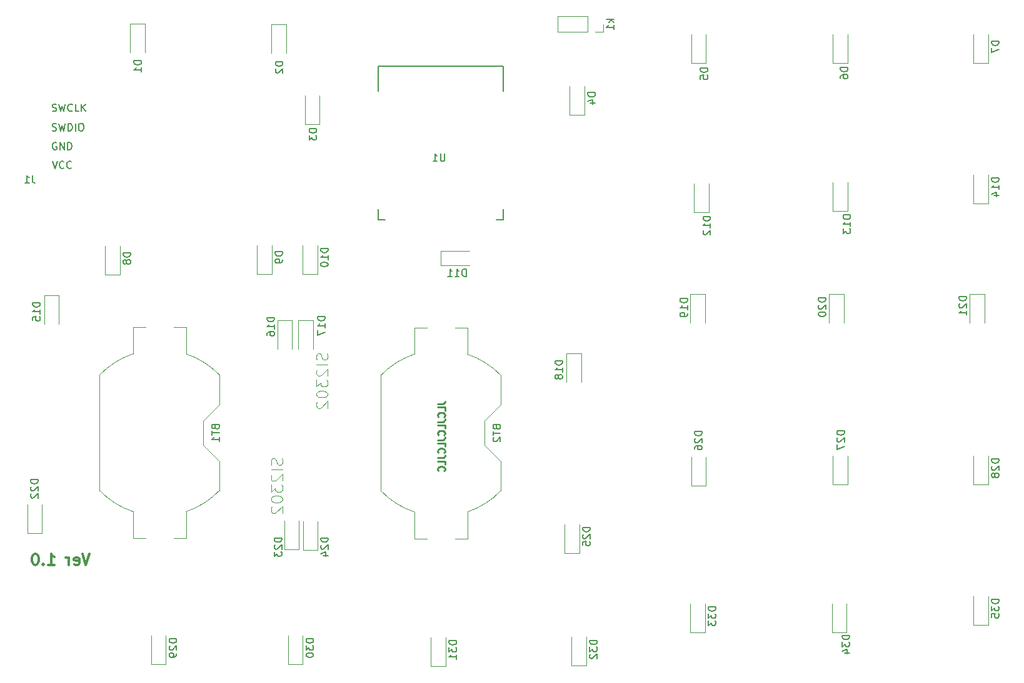
<source format=gbr>
G04 #@! TF.GenerationSoftware,KiCad,Pcbnew,(5.0.0)*
G04 #@! TF.CreationDate,2018-09-21T23:36:36+03:00*
G04 #@! TF.ProjectId,PROJECT,50524F4A4543542E6B696361645F7063,rev?*
G04 #@! TF.SameCoordinates,Original*
G04 #@! TF.FileFunction,Legend,Bot*
G04 #@! TF.FilePolarity,Positive*
%FSLAX46Y46*%
G04 Gerber Fmt 4.6, Leading zero omitted, Abs format (unit mm)*
G04 Created by KiCad (PCBNEW (5.0.0)) date 09/21/18 23:36:36*
%MOMM*%
%LPD*%
G01*
G04 APERTURE LIST*
%ADD10C,0.150000*%
%ADD11C,0.300000*%
%ADD12C,0.237500*%
%ADD13C,0.120000*%
%ADD14C,0.100000*%
G04 APERTURE END LIST*
D10*
X52184466Y-67854580D02*
X52517800Y-68854580D01*
X52851133Y-67854580D01*
X53755895Y-68759342D02*
X53708276Y-68806961D01*
X53565419Y-68854580D01*
X53470180Y-68854580D01*
X53327323Y-68806961D01*
X53232085Y-68711723D01*
X53184466Y-68616485D01*
X53136847Y-68426009D01*
X53136847Y-68283152D01*
X53184466Y-68092676D01*
X53232085Y-67997438D01*
X53327323Y-67902200D01*
X53470180Y-67854580D01*
X53565419Y-67854580D01*
X53708276Y-67902200D01*
X53755895Y-67949819D01*
X54755895Y-68759342D02*
X54708276Y-68806961D01*
X54565419Y-68854580D01*
X54470180Y-68854580D01*
X54327323Y-68806961D01*
X54232085Y-68711723D01*
X54184466Y-68616485D01*
X54136847Y-68426009D01*
X54136847Y-68283152D01*
X54184466Y-68092676D01*
X54232085Y-67997438D01*
X54327323Y-67902200D01*
X54470180Y-67854580D01*
X54565419Y-67854580D01*
X54708276Y-67902200D01*
X54755895Y-67949819D01*
X52730495Y-65362200D02*
X52635257Y-65314580D01*
X52492400Y-65314580D01*
X52349542Y-65362200D01*
X52254304Y-65457438D01*
X52206685Y-65552676D01*
X52159066Y-65743152D01*
X52159066Y-65886009D01*
X52206685Y-66076485D01*
X52254304Y-66171723D01*
X52349542Y-66266961D01*
X52492400Y-66314580D01*
X52587638Y-66314580D01*
X52730495Y-66266961D01*
X52778114Y-66219342D01*
X52778114Y-65886009D01*
X52587638Y-65886009D01*
X53206685Y-66314580D02*
X53206685Y-65314580D01*
X53778114Y-66314580D01*
X53778114Y-65314580D01*
X54254304Y-66314580D02*
X54254304Y-65314580D01*
X54492400Y-65314580D01*
X54635257Y-65362200D01*
X54730495Y-65457438D01*
X54778114Y-65552676D01*
X54825733Y-65743152D01*
X54825733Y-65886009D01*
X54778114Y-66076485D01*
X54730495Y-66171723D01*
X54635257Y-66266961D01*
X54492400Y-66314580D01*
X54254304Y-66314580D01*
X52160752Y-63701561D02*
X52303609Y-63749180D01*
X52541704Y-63749180D01*
X52636942Y-63701561D01*
X52684561Y-63653942D01*
X52732180Y-63558704D01*
X52732180Y-63463466D01*
X52684561Y-63368228D01*
X52636942Y-63320609D01*
X52541704Y-63272990D01*
X52351228Y-63225371D01*
X52255990Y-63177752D01*
X52208371Y-63130133D01*
X52160752Y-63034895D01*
X52160752Y-62939657D01*
X52208371Y-62844419D01*
X52255990Y-62796800D01*
X52351228Y-62749180D01*
X52589323Y-62749180D01*
X52732180Y-62796800D01*
X53065514Y-62749180D02*
X53303609Y-63749180D01*
X53494085Y-63034895D01*
X53684561Y-63749180D01*
X53922657Y-62749180D01*
X54303609Y-63749180D02*
X54303609Y-62749180D01*
X54541704Y-62749180D01*
X54684561Y-62796800D01*
X54779800Y-62892038D01*
X54827419Y-62987276D01*
X54875038Y-63177752D01*
X54875038Y-63320609D01*
X54827419Y-63511085D01*
X54779800Y-63606323D01*
X54684561Y-63701561D01*
X54541704Y-63749180D01*
X54303609Y-63749180D01*
X55303609Y-63749180D02*
X55303609Y-62749180D01*
X55970276Y-62749180D02*
X56160752Y-62749180D01*
X56255990Y-62796800D01*
X56351228Y-62892038D01*
X56398847Y-63082514D01*
X56398847Y-63415847D01*
X56351228Y-63606323D01*
X56255990Y-63701561D01*
X56160752Y-63749180D01*
X55970276Y-63749180D01*
X55875038Y-63701561D01*
X55779800Y-63606323D01*
X55732180Y-63415847D01*
X55732180Y-63082514D01*
X55779800Y-62892038D01*
X55875038Y-62796800D01*
X55970276Y-62749180D01*
X52170295Y-61059961D02*
X52313152Y-61107580D01*
X52551247Y-61107580D01*
X52646485Y-61059961D01*
X52694104Y-61012342D01*
X52741723Y-60917104D01*
X52741723Y-60821866D01*
X52694104Y-60726628D01*
X52646485Y-60679009D01*
X52551247Y-60631390D01*
X52360771Y-60583771D01*
X52265533Y-60536152D01*
X52217914Y-60488533D01*
X52170295Y-60393295D01*
X52170295Y-60298057D01*
X52217914Y-60202819D01*
X52265533Y-60155200D01*
X52360771Y-60107580D01*
X52598866Y-60107580D01*
X52741723Y-60155200D01*
X53075057Y-60107580D02*
X53313152Y-61107580D01*
X53503628Y-60393295D01*
X53694104Y-61107580D01*
X53932200Y-60107580D01*
X54884580Y-61012342D02*
X54836961Y-61059961D01*
X54694104Y-61107580D01*
X54598866Y-61107580D01*
X54456009Y-61059961D01*
X54360771Y-60964723D01*
X54313152Y-60869485D01*
X54265533Y-60679009D01*
X54265533Y-60536152D01*
X54313152Y-60345676D01*
X54360771Y-60250438D01*
X54456009Y-60155200D01*
X54598866Y-60107580D01*
X54694104Y-60107580D01*
X54836961Y-60155200D01*
X54884580Y-60202819D01*
X55789342Y-61107580D02*
X55313152Y-61107580D01*
X55313152Y-60107580D01*
X56122676Y-61107580D02*
X56122676Y-60107580D01*
X56694104Y-61107580D02*
X56265533Y-60536152D01*
X56694104Y-60107580D02*
X56122676Y-60679009D01*
D11*
X57228085Y-121098571D02*
X56728085Y-122598571D01*
X56228085Y-121098571D01*
X55156657Y-122527142D02*
X55299514Y-122598571D01*
X55585228Y-122598571D01*
X55728085Y-122527142D01*
X55799514Y-122384285D01*
X55799514Y-121812857D01*
X55728085Y-121670000D01*
X55585228Y-121598571D01*
X55299514Y-121598571D01*
X55156657Y-121670000D01*
X55085228Y-121812857D01*
X55085228Y-121955714D01*
X55799514Y-122098571D01*
X54442371Y-122598571D02*
X54442371Y-121598571D01*
X54442371Y-121884285D02*
X54370942Y-121741428D01*
X54299514Y-121670000D01*
X54156657Y-121598571D01*
X54013800Y-121598571D01*
X51585228Y-122598571D02*
X52442371Y-122598571D01*
X52013800Y-122598571D02*
X52013800Y-121098571D01*
X52156657Y-121312857D01*
X52299514Y-121455714D01*
X52442371Y-121527142D01*
X50942371Y-122455714D02*
X50870942Y-122527142D01*
X50942371Y-122598571D01*
X51013800Y-122527142D01*
X50942371Y-122455714D01*
X50942371Y-122598571D01*
X49942371Y-121098571D02*
X49799514Y-121098571D01*
X49656657Y-121170000D01*
X49585228Y-121241428D01*
X49513800Y-121384285D01*
X49442371Y-121670000D01*
X49442371Y-122027142D01*
X49513800Y-122312857D01*
X49585228Y-122455714D01*
X49656657Y-122527142D01*
X49799514Y-122598571D01*
X49942371Y-122598571D01*
X50085228Y-122527142D01*
X50156657Y-122455714D01*
X50228085Y-122312857D01*
X50299514Y-122027142D01*
X50299514Y-121670000D01*
X50228085Y-121384285D01*
X50156657Y-121241428D01*
X50085228Y-121170000D01*
X49942371Y-121098571D01*
D12*
X104381761Y-100767904D02*
X105060333Y-100767904D01*
X105196047Y-100722666D01*
X105286523Y-100632190D01*
X105331761Y-100496476D01*
X105331761Y-100406000D01*
X105331761Y-101672666D02*
X105331761Y-101220285D01*
X104381761Y-101220285D01*
X105241285Y-102532190D02*
X105286523Y-102486952D01*
X105331761Y-102351238D01*
X105331761Y-102260761D01*
X105286523Y-102125047D01*
X105196047Y-102034571D01*
X105105571Y-101989333D01*
X104924619Y-101944095D01*
X104788904Y-101944095D01*
X104607952Y-101989333D01*
X104517476Y-102034571D01*
X104427000Y-102125047D01*
X104381761Y-102260761D01*
X104381761Y-102351238D01*
X104427000Y-102486952D01*
X104472238Y-102532190D01*
X104381761Y-103210761D02*
X105060333Y-103210761D01*
X105196047Y-103165523D01*
X105286523Y-103075047D01*
X105331761Y-102939333D01*
X105331761Y-102848857D01*
X105331761Y-104115523D02*
X105331761Y-103663142D01*
X104381761Y-103663142D01*
X105241285Y-104975047D02*
X105286523Y-104929809D01*
X105331761Y-104794095D01*
X105331761Y-104703619D01*
X105286523Y-104567904D01*
X105196047Y-104477428D01*
X105105571Y-104432190D01*
X104924619Y-104386952D01*
X104788904Y-104386952D01*
X104607952Y-104432190D01*
X104517476Y-104477428D01*
X104427000Y-104567904D01*
X104381761Y-104703619D01*
X104381761Y-104794095D01*
X104427000Y-104929809D01*
X104472238Y-104975047D01*
X104381761Y-105653619D02*
X105060333Y-105653619D01*
X105196047Y-105608380D01*
X105286523Y-105517904D01*
X105331761Y-105382190D01*
X105331761Y-105291714D01*
X105331761Y-106558380D02*
X105331761Y-106106000D01*
X104381761Y-106106000D01*
X105241285Y-107417904D02*
X105286523Y-107372666D01*
X105331761Y-107236952D01*
X105331761Y-107146476D01*
X105286523Y-107010761D01*
X105196047Y-106920285D01*
X105105571Y-106875047D01*
X104924619Y-106829809D01*
X104788904Y-106829809D01*
X104607952Y-106875047D01*
X104517476Y-106920285D01*
X104427000Y-107010761D01*
X104381761Y-107146476D01*
X104381761Y-107236952D01*
X104427000Y-107372666D01*
X104472238Y-107417904D01*
X104381761Y-108096476D02*
X105060333Y-108096476D01*
X105196047Y-108051238D01*
X105286523Y-107960761D01*
X105331761Y-107825047D01*
X105331761Y-107734571D01*
X105331761Y-109001238D02*
X105331761Y-108548857D01*
X104381761Y-108548857D01*
X105241285Y-109860761D02*
X105286523Y-109815523D01*
X105331761Y-109679809D01*
X105331761Y-109589333D01*
X105286523Y-109453619D01*
X105196047Y-109363142D01*
X105105571Y-109317904D01*
X104924619Y-109272666D01*
X104788904Y-109272666D01*
X104607952Y-109317904D01*
X104517476Y-109363142D01*
X104427000Y-109453619D01*
X104381761Y-109589333D01*
X104381761Y-109679809D01*
X104427000Y-109815523D01*
X104472238Y-109860761D01*
D13*
G04 #@! TO.C,k1*
X120629360Y-50346160D02*
X120629360Y-48226160D01*
X124689360Y-50346160D02*
X120629360Y-50346160D01*
X124689360Y-48226160D02*
X120629360Y-48226160D01*
X124689360Y-50346160D02*
X124689360Y-48226160D01*
X125689360Y-50346160D02*
X126749360Y-50346160D01*
X126749360Y-50346160D02*
X126749360Y-49286160D01*
G04 #@! TO.C,BT1*
X74807109Y-96843270D02*
G75*
G03X70305320Y-93996640I-8111789J-7845370D01*
G01*
X58583531Y-112534010D02*
G75*
G03X63085320Y-115380640I8111789J7845370D01*
G01*
X74807109Y-112534010D02*
G75*
G02X70305320Y-115380640I-8111789J7845370D01*
G01*
X58583531Y-96843270D02*
G75*
G02X63085320Y-93996640I8111789J-7845370D01*
G01*
X68595320Y-90378640D02*
X70305320Y-90378640D01*
X70305320Y-93996640D02*
X70305320Y-90378640D01*
X74805320Y-100828640D02*
X74805320Y-96841340D01*
X72605320Y-103028640D02*
X74805320Y-100828640D01*
X72605320Y-106348640D02*
X72605320Y-103028640D01*
X72605320Y-106348640D02*
X74805320Y-108548640D01*
X74805320Y-112535940D02*
X74805320Y-108548640D01*
X68595320Y-118998640D02*
X70305320Y-118998640D01*
X70305320Y-118998640D02*
X70305320Y-115380640D01*
X63085320Y-115380640D02*
X63085320Y-118998640D01*
X64795320Y-118998640D02*
X63085320Y-118998640D01*
X58585320Y-96841340D02*
X58585320Y-112535940D01*
X64795320Y-90378640D02*
X63085320Y-90378640D01*
X63085320Y-90378640D02*
X63085320Y-93996640D01*
G04 #@! TO.C,BT2*
X101180240Y-90424360D02*
X101180240Y-94042360D01*
X102890240Y-90424360D02*
X101180240Y-90424360D01*
X96680240Y-96887060D02*
X96680240Y-112581660D01*
X102890240Y-119044360D02*
X101180240Y-119044360D01*
X101180240Y-115426360D02*
X101180240Y-119044360D01*
X108400240Y-119044360D02*
X108400240Y-115426360D01*
X106690240Y-119044360D02*
X108400240Y-119044360D01*
X112900240Y-112581660D02*
X112900240Y-108594360D01*
X110700240Y-106394360D02*
X112900240Y-108594360D01*
X110700240Y-106394360D02*
X110700240Y-103074360D01*
X110700240Y-103074360D02*
X112900240Y-100874360D01*
X112900240Y-100874360D02*
X112900240Y-96887060D01*
X108400240Y-94042360D02*
X108400240Y-90424360D01*
X106690240Y-90424360D02*
X108400240Y-90424360D01*
X96678451Y-96888990D02*
G75*
G02X101180240Y-94042360I8111789J-7845370D01*
G01*
X112902029Y-112579730D02*
G75*
G02X108400240Y-115426360I-8111789J7845370D01*
G01*
X96678451Y-112579730D02*
G75*
G03X101180240Y-115426360I8111789J7845370D01*
G01*
X112902029Y-96888990D02*
G75*
G03X108400240Y-94042360I-8111789J-7845370D01*
G01*
G04 #@! TO.C,D1*
X62690500Y-49185000D02*
X62690500Y-53085000D01*
X64690500Y-49185000D02*
X64690500Y-53085000D01*
X62690500Y-49185000D02*
X64690500Y-49185000D01*
G04 #@! TO.C,D2*
X81867500Y-49312000D02*
X83867500Y-49312000D01*
X83867500Y-49312000D02*
X83867500Y-53212000D01*
X81867500Y-49312000D02*
X81867500Y-53212000D01*
G04 #@! TO.C,D3*
X88376000Y-62829000D02*
X88376000Y-58929000D01*
X86376000Y-62829000D02*
X86376000Y-58929000D01*
X88376000Y-62829000D02*
X86376000Y-62829000D01*
G04 #@! TO.C,D4*
X124253500Y-61559000D02*
X122253500Y-61559000D01*
X122253500Y-61559000D02*
X122253500Y-57659000D01*
X124253500Y-61559000D02*
X124253500Y-57659000D01*
G04 #@! TO.C,D5*
X140700000Y-54574000D02*
X140700000Y-50674000D01*
X138700000Y-54574000D02*
X138700000Y-50674000D01*
X140700000Y-54574000D02*
X138700000Y-54574000D01*
G04 #@! TO.C,D6*
X159877000Y-54574000D02*
X157877000Y-54574000D01*
X157877000Y-54574000D02*
X157877000Y-50674000D01*
X159877000Y-54574000D02*
X159877000Y-50674000D01*
G04 #@! TO.C,D7*
X178927000Y-54574000D02*
X178927000Y-50674000D01*
X176927000Y-54574000D02*
X176927000Y-50674000D01*
X178927000Y-54574000D02*
X176927000Y-54574000D01*
G04 #@! TO.C,D8*
X61325000Y-83276000D02*
X59325000Y-83276000D01*
X59325000Y-83276000D02*
X59325000Y-79376000D01*
X61325000Y-83276000D02*
X61325000Y-79376000D01*
G04 #@! TO.C,D9*
X81899000Y-83149000D02*
X81899000Y-79249000D01*
X79899000Y-83149000D02*
X79899000Y-79249000D01*
X81899000Y-83149000D02*
X79899000Y-83149000D01*
G04 #@! TO.C,D10*
X88058500Y-83149000D02*
X86058500Y-83149000D01*
X86058500Y-83149000D02*
X86058500Y-79249000D01*
X88058500Y-83149000D02*
X88058500Y-79249000D01*
G04 #@! TO.C,D11*
X104747500Y-82026000D02*
X108647500Y-82026000D01*
X104747500Y-80026000D02*
X108647500Y-80026000D01*
X104747500Y-82026000D02*
X104747500Y-80026000D01*
G04 #@! TO.C,D12*
X141081000Y-74767000D02*
X139081000Y-74767000D01*
X139081000Y-74767000D02*
X139081000Y-70867000D01*
X141081000Y-74767000D02*
X141081000Y-70867000D01*
G04 #@! TO.C,D13*
X159877000Y-74640000D02*
X159877000Y-70740000D01*
X157877000Y-74640000D02*
X157877000Y-70740000D01*
X159877000Y-74640000D02*
X157877000Y-74640000D01*
G04 #@! TO.C,D14*
X178927000Y-73624000D02*
X176927000Y-73624000D01*
X176927000Y-73624000D02*
X176927000Y-69724000D01*
X178927000Y-73624000D02*
X178927000Y-69724000D01*
G04 #@! TO.C,D15*
X51070000Y-86015000D02*
X51070000Y-89915000D01*
X53070000Y-86015000D02*
X53070000Y-89915000D01*
X51070000Y-86015000D02*
X53070000Y-86015000D01*
G04 #@! TO.C,D16*
X82652360Y-89403360D02*
X84652360Y-89403360D01*
X84652360Y-89403360D02*
X84652360Y-93303360D01*
X82652360Y-89403360D02*
X82652360Y-93303360D01*
G04 #@! TO.C,D17*
X85487000Y-89428760D02*
X85487000Y-93328760D01*
X87487000Y-89428760D02*
X87487000Y-93328760D01*
X85487000Y-89428760D02*
X87487000Y-89428760D01*
G04 #@! TO.C,D18*
X121809000Y-93889000D02*
X123809000Y-93889000D01*
X123809000Y-93889000D02*
X123809000Y-97789000D01*
X121809000Y-93889000D02*
X121809000Y-97789000D01*
G04 #@! TO.C,D19*
X138573000Y-85888000D02*
X138573000Y-89788000D01*
X140573000Y-85888000D02*
X140573000Y-89788000D01*
X138573000Y-85888000D02*
X140573000Y-85888000D01*
G04 #@! TO.C,D20*
X157369000Y-85888000D02*
X159369000Y-85888000D01*
X159369000Y-85888000D02*
X159369000Y-89788000D01*
X157369000Y-85888000D02*
X157369000Y-89788000D01*
G04 #@! TO.C,D21*
X176419000Y-85888000D02*
X178419000Y-85888000D01*
X178419000Y-85888000D02*
X178419000Y-89788000D01*
X176419000Y-85888000D02*
X176419000Y-89788000D01*
G04 #@! TO.C,D22*
X50784000Y-118328000D02*
X50784000Y-114428000D01*
X48784000Y-118328000D02*
X48784000Y-114428000D01*
X50784000Y-118328000D02*
X48784000Y-118328000D01*
G04 #@! TO.C,D23*
X85582000Y-120487000D02*
X83582000Y-120487000D01*
X83582000Y-120487000D02*
X83582000Y-116587000D01*
X85582000Y-120487000D02*
X85582000Y-116587000D01*
G04 #@! TO.C,D24*
X88122000Y-120614000D02*
X88122000Y-116714000D01*
X86122000Y-120614000D02*
X86122000Y-116714000D01*
X88122000Y-120614000D02*
X86122000Y-120614000D01*
G04 #@! TO.C,D25*
X123555000Y-120995000D02*
X121555000Y-120995000D01*
X121555000Y-120995000D02*
X121555000Y-117095000D01*
X123555000Y-120995000D02*
X123555000Y-117095000D01*
G04 #@! TO.C,D26*
X140700000Y-111851000D02*
X140700000Y-107951000D01*
X138700000Y-111851000D02*
X138700000Y-107951000D01*
X140700000Y-111851000D02*
X138700000Y-111851000D01*
G04 #@! TO.C,D27*
X159877000Y-111724000D02*
X159877000Y-107824000D01*
X157877000Y-111724000D02*
X157877000Y-107824000D01*
X159877000Y-111724000D02*
X157877000Y-111724000D01*
G04 #@! TO.C,D28*
X178927000Y-111724000D02*
X178927000Y-107824000D01*
X176927000Y-111724000D02*
X176927000Y-107824000D01*
X178927000Y-111724000D02*
X176927000Y-111724000D01*
G04 #@! TO.C,D29*
X67548000Y-136108000D02*
X67548000Y-132208000D01*
X65548000Y-136108000D02*
X65548000Y-132208000D01*
X67548000Y-136108000D02*
X65548000Y-136108000D01*
G04 #@! TO.C,D30*
X86090000Y-136108000D02*
X84090000Y-136108000D01*
X84090000Y-136108000D02*
X84090000Y-132208000D01*
X86090000Y-136108000D02*
X86090000Y-132208000D01*
G04 #@! TO.C,D31*
X105457500Y-136362000D02*
X103457500Y-136362000D01*
X103457500Y-136362000D02*
X103457500Y-132462000D01*
X105457500Y-136362000D02*
X105457500Y-132462000D01*
G04 #@! TO.C,D32*
X124507500Y-136298500D02*
X122507500Y-136298500D01*
X122507500Y-136298500D02*
X122507500Y-132398500D01*
X124507500Y-136298500D02*
X124507500Y-132398500D01*
G04 #@! TO.C,D33*
X140573000Y-131790000D02*
X140573000Y-127890000D01*
X138573000Y-131790000D02*
X138573000Y-127890000D01*
X140573000Y-131790000D02*
X138573000Y-131790000D01*
G04 #@! TO.C,D34*
X159750000Y-131790000D02*
X157750000Y-131790000D01*
X157750000Y-131790000D02*
X157750000Y-127890000D01*
X159750000Y-131790000D02*
X159750000Y-127890000D01*
G04 #@! TO.C,D35*
X178927000Y-130774000D02*
X178927000Y-126874000D01*
X176927000Y-130774000D02*
X176927000Y-126874000D01*
X178927000Y-130774000D02*
X176927000Y-130774000D01*
D10*
G04 #@! TO.C,U1*
X113275000Y-74405000D02*
X113275000Y-75805000D01*
X96275000Y-55005000D02*
X113275000Y-55005000D01*
X96275000Y-75805000D02*
X96275000Y-74405000D01*
X113275000Y-75805000D02*
X112275000Y-75805000D01*
X113275000Y-55005000D02*
X113275000Y-58405000D01*
X96275000Y-58405000D02*
X96275000Y-55005000D01*
X96275000Y-75805000D02*
X97275000Y-75805000D01*
G04 #@! TO.C,k1*
X128201740Y-48643302D02*
X127201740Y-48643302D01*
X127820788Y-48738540D02*
X128201740Y-49024255D01*
X127535074Y-49024255D02*
X127916026Y-48643302D01*
X128201740Y-49976636D02*
X128201740Y-49405207D01*
X128201740Y-49690921D02*
X127201740Y-49690921D01*
X127344598Y-49595683D01*
X127439836Y-49500445D01*
X127487455Y-49405207D01*
G04 #@! TO.C,BT1*
X74243891Y-103902925D02*
X74291510Y-104045782D01*
X74339129Y-104093401D01*
X74434367Y-104141020D01*
X74577224Y-104141020D01*
X74672462Y-104093401D01*
X74720081Y-104045782D01*
X74767700Y-103950544D01*
X74767700Y-103569592D01*
X73767700Y-103569592D01*
X73767700Y-103902925D01*
X73815320Y-103998163D01*
X73862939Y-104045782D01*
X73958177Y-104093401D01*
X74053415Y-104093401D01*
X74148653Y-104045782D01*
X74196272Y-103998163D01*
X74243891Y-103902925D01*
X74243891Y-103569592D01*
X73767700Y-104426735D02*
X73767700Y-104998163D01*
X74767700Y-104712449D02*
X73767700Y-104712449D01*
X74767700Y-105855306D02*
X74767700Y-105283878D01*
X74767700Y-105569592D02*
X73767700Y-105569592D01*
X73910558Y-105474354D01*
X74005796Y-105379116D01*
X74053415Y-105283878D01*
G04 #@! TO.C,BT2*
X112338811Y-103948645D02*
X112386430Y-104091502D01*
X112434049Y-104139121D01*
X112529287Y-104186740D01*
X112672144Y-104186740D01*
X112767382Y-104139121D01*
X112815001Y-104091502D01*
X112862620Y-103996264D01*
X112862620Y-103615312D01*
X111862620Y-103615312D01*
X111862620Y-103948645D01*
X111910240Y-104043883D01*
X111957859Y-104091502D01*
X112053097Y-104139121D01*
X112148335Y-104139121D01*
X112243573Y-104091502D01*
X112291192Y-104043883D01*
X112338811Y-103948645D01*
X112338811Y-103615312D01*
X111862620Y-104472455D02*
X111862620Y-105043883D01*
X112862620Y-104758169D02*
X111862620Y-104758169D01*
X111957859Y-105329598D02*
X111910240Y-105377217D01*
X111862620Y-105472455D01*
X111862620Y-105710550D01*
X111910240Y-105805788D01*
X111957859Y-105853407D01*
X112053097Y-105901026D01*
X112148335Y-105901026D01*
X112291192Y-105853407D01*
X112862620Y-105281979D01*
X112862620Y-105901026D01*
G04 #@! TO.C,D1*
X64231780Y-54227504D02*
X63231780Y-54227504D01*
X63231780Y-54465600D01*
X63279400Y-54608457D01*
X63374638Y-54703695D01*
X63469876Y-54751314D01*
X63660352Y-54798933D01*
X63803209Y-54798933D01*
X63993685Y-54751314D01*
X64088923Y-54703695D01*
X64184161Y-54608457D01*
X64231780Y-54465600D01*
X64231780Y-54227504D01*
X64231780Y-55751314D02*
X64231780Y-55179885D01*
X64231780Y-55465600D02*
X63231780Y-55465600D01*
X63374638Y-55370361D01*
X63469876Y-55275123D01*
X63517495Y-55179885D01*
G04 #@! TO.C,D2*
X83383380Y-54379904D02*
X82383380Y-54379904D01*
X82383380Y-54618000D01*
X82431000Y-54760857D01*
X82526238Y-54856095D01*
X82621476Y-54903714D01*
X82811952Y-54951333D01*
X82954809Y-54951333D01*
X83145285Y-54903714D01*
X83240523Y-54856095D01*
X83335761Y-54760857D01*
X83383380Y-54618000D01*
X83383380Y-54379904D01*
X82478619Y-55332285D02*
X82431000Y-55379904D01*
X82383380Y-55475142D01*
X82383380Y-55713238D01*
X82431000Y-55808476D01*
X82478619Y-55856095D01*
X82573857Y-55903714D01*
X82669095Y-55903714D01*
X82811952Y-55856095D01*
X83383380Y-55284666D01*
X83383380Y-55903714D01*
G04 #@! TO.C,D3*
X87955380Y-63447704D02*
X86955380Y-63447704D01*
X86955380Y-63685800D01*
X87003000Y-63828657D01*
X87098238Y-63923895D01*
X87193476Y-63971514D01*
X87383952Y-64019133D01*
X87526809Y-64019133D01*
X87717285Y-63971514D01*
X87812523Y-63923895D01*
X87907761Y-63828657D01*
X87955380Y-63685800D01*
X87955380Y-63447704D01*
X86955380Y-64352466D02*
X86955380Y-64971514D01*
X87336333Y-64638180D01*
X87336333Y-64781038D01*
X87383952Y-64876276D01*
X87431571Y-64923895D01*
X87526809Y-64971514D01*
X87764904Y-64971514D01*
X87860142Y-64923895D01*
X87907761Y-64876276D01*
X87955380Y-64781038D01*
X87955380Y-64495323D01*
X87907761Y-64400085D01*
X87860142Y-64352466D01*
G04 #@! TO.C,D4*
X125705880Y-58570904D02*
X124705880Y-58570904D01*
X124705880Y-58809000D01*
X124753500Y-58951857D01*
X124848738Y-59047095D01*
X124943976Y-59094714D01*
X125134452Y-59142333D01*
X125277309Y-59142333D01*
X125467785Y-59094714D01*
X125563023Y-59047095D01*
X125658261Y-58951857D01*
X125705880Y-58809000D01*
X125705880Y-58570904D01*
X125039214Y-59999476D02*
X125705880Y-59999476D01*
X124658261Y-59761380D02*
X125372547Y-59523285D01*
X125372547Y-60142333D01*
G04 #@! TO.C,D5*
X140939780Y-55243504D02*
X139939780Y-55243504D01*
X139939780Y-55481600D01*
X139987400Y-55624457D01*
X140082638Y-55719695D01*
X140177876Y-55767314D01*
X140368352Y-55814933D01*
X140511209Y-55814933D01*
X140701685Y-55767314D01*
X140796923Y-55719695D01*
X140892161Y-55624457D01*
X140939780Y-55481600D01*
X140939780Y-55243504D01*
X139939780Y-56719695D02*
X139939780Y-56243504D01*
X140415971Y-56195885D01*
X140368352Y-56243504D01*
X140320733Y-56338742D01*
X140320733Y-56576838D01*
X140368352Y-56672076D01*
X140415971Y-56719695D01*
X140511209Y-56767314D01*
X140749304Y-56767314D01*
X140844542Y-56719695D01*
X140892161Y-56672076D01*
X140939780Y-56576838D01*
X140939780Y-56338742D01*
X140892161Y-56243504D01*
X140844542Y-56195885D01*
G04 #@! TO.C,D6*
X159913580Y-55141904D02*
X158913580Y-55141904D01*
X158913580Y-55380000D01*
X158961200Y-55522857D01*
X159056438Y-55618095D01*
X159151676Y-55665714D01*
X159342152Y-55713333D01*
X159485009Y-55713333D01*
X159675485Y-55665714D01*
X159770723Y-55618095D01*
X159865961Y-55522857D01*
X159913580Y-55380000D01*
X159913580Y-55141904D01*
X158913580Y-56570476D02*
X158913580Y-56380000D01*
X158961200Y-56284761D01*
X159008819Y-56237142D01*
X159151676Y-56141904D01*
X159342152Y-56094285D01*
X159723104Y-56094285D01*
X159818342Y-56141904D01*
X159865961Y-56189523D01*
X159913580Y-56284761D01*
X159913580Y-56475238D01*
X159865961Y-56570476D01*
X159818342Y-56618095D01*
X159723104Y-56665714D01*
X159485009Y-56665714D01*
X159389771Y-56618095D01*
X159342152Y-56570476D01*
X159294533Y-56475238D01*
X159294533Y-56284761D01*
X159342152Y-56189523D01*
X159389771Y-56141904D01*
X159485009Y-56094285D01*
G04 #@! TO.C,D7*
X180379380Y-51585904D02*
X179379380Y-51585904D01*
X179379380Y-51824000D01*
X179427000Y-51966857D01*
X179522238Y-52062095D01*
X179617476Y-52109714D01*
X179807952Y-52157333D01*
X179950809Y-52157333D01*
X180141285Y-52109714D01*
X180236523Y-52062095D01*
X180331761Y-51966857D01*
X180379380Y-51824000D01*
X180379380Y-51585904D01*
X179379380Y-52490666D02*
X179379380Y-53157333D01*
X180379380Y-52728761D01*
G04 #@! TO.C,D8*
X62777380Y-80287904D02*
X61777380Y-80287904D01*
X61777380Y-80526000D01*
X61825000Y-80668857D01*
X61920238Y-80764095D01*
X62015476Y-80811714D01*
X62205952Y-80859333D01*
X62348809Y-80859333D01*
X62539285Y-80811714D01*
X62634523Y-80764095D01*
X62729761Y-80668857D01*
X62777380Y-80526000D01*
X62777380Y-80287904D01*
X62205952Y-81430761D02*
X62158333Y-81335523D01*
X62110714Y-81287904D01*
X62015476Y-81240285D01*
X61967857Y-81240285D01*
X61872619Y-81287904D01*
X61825000Y-81335523D01*
X61777380Y-81430761D01*
X61777380Y-81621238D01*
X61825000Y-81716476D01*
X61872619Y-81764095D01*
X61967857Y-81811714D01*
X62015476Y-81811714D01*
X62110714Y-81764095D01*
X62158333Y-81716476D01*
X62205952Y-81621238D01*
X62205952Y-81430761D01*
X62253571Y-81335523D01*
X62301190Y-81287904D01*
X62396428Y-81240285D01*
X62586904Y-81240285D01*
X62682142Y-81287904D01*
X62729761Y-81335523D01*
X62777380Y-81430761D01*
X62777380Y-81621238D01*
X62729761Y-81716476D01*
X62682142Y-81764095D01*
X62586904Y-81811714D01*
X62396428Y-81811714D01*
X62301190Y-81764095D01*
X62253571Y-81716476D01*
X62205952Y-81621238D01*
G04 #@! TO.C,D9*
X83351380Y-80160904D02*
X82351380Y-80160904D01*
X82351380Y-80399000D01*
X82399000Y-80541857D01*
X82494238Y-80637095D01*
X82589476Y-80684714D01*
X82779952Y-80732333D01*
X82922809Y-80732333D01*
X83113285Y-80684714D01*
X83208523Y-80637095D01*
X83303761Y-80541857D01*
X83351380Y-80399000D01*
X83351380Y-80160904D01*
X83351380Y-81208523D02*
X83351380Y-81399000D01*
X83303761Y-81494238D01*
X83256142Y-81541857D01*
X83113285Y-81637095D01*
X82922809Y-81684714D01*
X82541857Y-81684714D01*
X82446619Y-81637095D01*
X82399000Y-81589476D01*
X82351380Y-81494238D01*
X82351380Y-81303761D01*
X82399000Y-81208523D01*
X82446619Y-81160904D01*
X82541857Y-81113285D01*
X82779952Y-81113285D01*
X82875190Y-81160904D01*
X82922809Y-81208523D01*
X82970428Y-81303761D01*
X82970428Y-81494238D01*
X82922809Y-81589476D01*
X82875190Y-81637095D01*
X82779952Y-81684714D01*
G04 #@! TO.C,D10*
X89510880Y-79684714D02*
X88510880Y-79684714D01*
X88510880Y-79922809D01*
X88558500Y-80065666D01*
X88653738Y-80160904D01*
X88748976Y-80208523D01*
X88939452Y-80256142D01*
X89082309Y-80256142D01*
X89272785Y-80208523D01*
X89368023Y-80160904D01*
X89463261Y-80065666D01*
X89510880Y-79922809D01*
X89510880Y-79684714D01*
X89510880Y-81208523D02*
X89510880Y-80637095D01*
X89510880Y-80922809D02*
X88510880Y-80922809D01*
X88653738Y-80827571D01*
X88748976Y-80732333D01*
X88796595Y-80637095D01*
X88510880Y-81827571D02*
X88510880Y-81922809D01*
X88558500Y-82018047D01*
X88606119Y-82065666D01*
X88701357Y-82113285D01*
X88891833Y-82160904D01*
X89129928Y-82160904D01*
X89320404Y-82113285D01*
X89415642Y-82065666D01*
X89463261Y-82018047D01*
X89510880Y-81922809D01*
X89510880Y-81827571D01*
X89463261Y-81732333D01*
X89415642Y-81684714D01*
X89320404Y-81637095D01*
X89129928Y-81589476D01*
X88891833Y-81589476D01*
X88701357Y-81637095D01*
X88606119Y-81684714D01*
X88558500Y-81732333D01*
X88510880Y-81827571D01*
G04 #@! TO.C,D11*
X108211785Y-83478380D02*
X108211785Y-82478380D01*
X107973690Y-82478380D01*
X107830833Y-82526000D01*
X107735595Y-82621238D01*
X107687976Y-82716476D01*
X107640357Y-82906952D01*
X107640357Y-83049809D01*
X107687976Y-83240285D01*
X107735595Y-83335523D01*
X107830833Y-83430761D01*
X107973690Y-83478380D01*
X108211785Y-83478380D01*
X106687976Y-83478380D02*
X107259404Y-83478380D01*
X106973690Y-83478380D02*
X106973690Y-82478380D01*
X107068928Y-82621238D01*
X107164166Y-82716476D01*
X107259404Y-82764095D01*
X105735595Y-83478380D02*
X106307023Y-83478380D01*
X106021309Y-83478380D02*
X106021309Y-82478380D01*
X106116547Y-82621238D01*
X106211785Y-82716476D01*
X106307023Y-82764095D01*
G04 #@! TO.C,D12*
X141295380Y-75366714D02*
X140295380Y-75366714D01*
X140295380Y-75604809D01*
X140343000Y-75747666D01*
X140438238Y-75842904D01*
X140533476Y-75890523D01*
X140723952Y-75938142D01*
X140866809Y-75938142D01*
X141057285Y-75890523D01*
X141152523Y-75842904D01*
X141247761Y-75747666D01*
X141295380Y-75604809D01*
X141295380Y-75366714D01*
X141295380Y-76890523D02*
X141295380Y-76319095D01*
X141295380Y-76604809D02*
X140295380Y-76604809D01*
X140438238Y-76509571D01*
X140533476Y-76414333D01*
X140581095Y-76319095D01*
X140390619Y-77271476D02*
X140343000Y-77319095D01*
X140295380Y-77414333D01*
X140295380Y-77652428D01*
X140343000Y-77747666D01*
X140390619Y-77795285D01*
X140485857Y-77842904D01*
X140581095Y-77842904D01*
X140723952Y-77795285D01*
X141295380Y-77223857D01*
X141295380Y-77842904D01*
G04 #@! TO.C,D13*
X160269180Y-75163514D02*
X159269180Y-75163514D01*
X159269180Y-75401609D01*
X159316800Y-75544466D01*
X159412038Y-75639704D01*
X159507276Y-75687323D01*
X159697752Y-75734942D01*
X159840609Y-75734942D01*
X160031085Y-75687323D01*
X160126323Y-75639704D01*
X160221561Y-75544466D01*
X160269180Y-75401609D01*
X160269180Y-75163514D01*
X160269180Y-76687323D02*
X160269180Y-76115895D01*
X160269180Y-76401609D02*
X159269180Y-76401609D01*
X159412038Y-76306371D01*
X159507276Y-76211133D01*
X159554895Y-76115895D01*
X159269180Y-77020657D02*
X159269180Y-77639704D01*
X159650133Y-77306371D01*
X159650133Y-77449228D01*
X159697752Y-77544466D01*
X159745371Y-77592085D01*
X159840609Y-77639704D01*
X160078704Y-77639704D01*
X160173942Y-77592085D01*
X160221561Y-77544466D01*
X160269180Y-77449228D01*
X160269180Y-77163514D01*
X160221561Y-77068276D01*
X160173942Y-77020657D01*
G04 #@! TO.C,D14*
X180379380Y-70159714D02*
X179379380Y-70159714D01*
X179379380Y-70397809D01*
X179427000Y-70540666D01*
X179522238Y-70635904D01*
X179617476Y-70683523D01*
X179807952Y-70731142D01*
X179950809Y-70731142D01*
X180141285Y-70683523D01*
X180236523Y-70635904D01*
X180331761Y-70540666D01*
X180379380Y-70397809D01*
X180379380Y-70159714D01*
X180379380Y-71683523D02*
X180379380Y-71112095D01*
X180379380Y-71397809D02*
X179379380Y-71397809D01*
X179522238Y-71302571D01*
X179617476Y-71207333D01*
X179665095Y-71112095D01*
X179712714Y-72540666D02*
X180379380Y-72540666D01*
X179331761Y-72302571D02*
X180046047Y-72064476D01*
X180046047Y-72683523D01*
G04 #@! TO.C,D15*
X50522380Y-87050714D02*
X49522380Y-87050714D01*
X49522380Y-87288809D01*
X49570000Y-87431666D01*
X49665238Y-87526904D01*
X49760476Y-87574523D01*
X49950952Y-87622142D01*
X50093809Y-87622142D01*
X50284285Y-87574523D01*
X50379523Y-87526904D01*
X50474761Y-87431666D01*
X50522380Y-87288809D01*
X50522380Y-87050714D01*
X50522380Y-88574523D02*
X50522380Y-88003095D01*
X50522380Y-88288809D02*
X49522380Y-88288809D01*
X49665238Y-88193571D01*
X49760476Y-88098333D01*
X49808095Y-88003095D01*
X49522380Y-89479285D02*
X49522380Y-89003095D01*
X49998571Y-88955476D01*
X49950952Y-89003095D01*
X49903333Y-89098333D01*
X49903333Y-89336428D01*
X49950952Y-89431666D01*
X49998571Y-89479285D01*
X50093809Y-89526904D01*
X50331904Y-89526904D01*
X50427142Y-89479285D01*
X50474761Y-89431666D01*
X50522380Y-89336428D01*
X50522380Y-89098333D01*
X50474761Y-89003095D01*
X50427142Y-88955476D01*
G04 #@! TO.C,D16*
X82240380Y-89057314D02*
X81240380Y-89057314D01*
X81240380Y-89295409D01*
X81288000Y-89438266D01*
X81383238Y-89533504D01*
X81478476Y-89581123D01*
X81668952Y-89628742D01*
X81811809Y-89628742D01*
X82002285Y-89581123D01*
X82097523Y-89533504D01*
X82192761Y-89438266D01*
X82240380Y-89295409D01*
X82240380Y-89057314D01*
X82240380Y-90581123D02*
X82240380Y-90009695D01*
X82240380Y-90295409D02*
X81240380Y-90295409D01*
X81383238Y-90200171D01*
X81478476Y-90104933D01*
X81526095Y-90009695D01*
X81240380Y-91438266D02*
X81240380Y-91247790D01*
X81288000Y-91152552D01*
X81335619Y-91104933D01*
X81478476Y-91009695D01*
X81668952Y-90962076D01*
X82049904Y-90962076D01*
X82145142Y-91009695D01*
X82192761Y-91057314D01*
X82240380Y-91152552D01*
X82240380Y-91343028D01*
X82192761Y-91438266D01*
X82145142Y-91485885D01*
X82049904Y-91533504D01*
X81811809Y-91533504D01*
X81716571Y-91485885D01*
X81668952Y-91438266D01*
X81621333Y-91343028D01*
X81621333Y-91152552D01*
X81668952Y-91057314D01*
X81716571Y-91009695D01*
X81811809Y-90962076D01*
G04 #@! TO.C,D17*
X89098380Y-88930314D02*
X88098380Y-88930314D01*
X88098380Y-89168409D01*
X88146000Y-89311266D01*
X88241238Y-89406504D01*
X88336476Y-89454123D01*
X88526952Y-89501742D01*
X88669809Y-89501742D01*
X88860285Y-89454123D01*
X88955523Y-89406504D01*
X89050761Y-89311266D01*
X89098380Y-89168409D01*
X89098380Y-88930314D01*
X89098380Y-90454123D02*
X89098380Y-89882695D01*
X89098380Y-90168409D02*
X88098380Y-90168409D01*
X88241238Y-90073171D01*
X88336476Y-89977933D01*
X88384095Y-89882695D01*
X88098380Y-90787457D02*
X88098380Y-91454123D01*
X89098380Y-91025552D01*
G04 #@! TO.C,D18*
X121261380Y-94924714D02*
X120261380Y-94924714D01*
X120261380Y-95162809D01*
X120309000Y-95305666D01*
X120404238Y-95400904D01*
X120499476Y-95448523D01*
X120689952Y-95496142D01*
X120832809Y-95496142D01*
X121023285Y-95448523D01*
X121118523Y-95400904D01*
X121213761Y-95305666D01*
X121261380Y-95162809D01*
X121261380Y-94924714D01*
X121261380Y-96448523D02*
X121261380Y-95877095D01*
X121261380Y-96162809D02*
X120261380Y-96162809D01*
X120404238Y-96067571D01*
X120499476Y-95972333D01*
X120547095Y-95877095D01*
X120689952Y-97019952D02*
X120642333Y-96924714D01*
X120594714Y-96877095D01*
X120499476Y-96829476D01*
X120451857Y-96829476D01*
X120356619Y-96877095D01*
X120309000Y-96924714D01*
X120261380Y-97019952D01*
X120261380Y-97210428D01*
X120309000Y-97305666D01*
X120356619Y-97353285D01*
X120451857Y-97400904D01*
X120499476Y-97400904D01*
X120594714Y-97353285D01*
X120642333Y-97305666D01*
X120689952Y-97210428D01*
X120689952Y-97019952D01*
X120737571Y-96924714D01*
X120785190Y-96877095D01*
X120880428Y-96829476D01*
X121070904Y-96829476D01*
X121166142Y-96877095D01*
X121213761Y-96924714D01*
X121261380Y-97019952D01*
X121261380Y-97210428D01*
X121213761Y-97305666D01*
X121166142Y-97353285D01*
X121070904Y-97400904D01*
X120880428Y-97400904D01*
X120785190Y-97353285D01*
X120737571Y-97305666D01*
X120689952Y-97210428D01*
G04 #@! TO.C,D19*
X138196580Y-86491914D02*
X137196580Y-86491914D01*
X137196580Y-86730009D01*
X137244200Y-86872866D01*
X137339438Y-86968104D01*
X137434676Y-87015723D01*
X137625152Y-87063342D01*
X137768009Y-87063342D01*
X137958485Y-87015723D01*
X138053723Y-86968104D01*
X138148961Y-86872866D01*
X138196580Y-86730009D01*
X138196580Y-86491914D01*
X138196580Y-88015723D02*
X138196580Y-87444295D01*
X138196580Y-87730009D02*
X137196580Y-87730009D01*
X137339438Y-87634771D01*
X137434676Y-87539533D01*
X137482295Y-87444295D01*
X138196580Y-88491914D02*
X138196580Y-88682390D01*
X138148961Y-88777628D01*
X138101342Y-88825247D01*
X137958485Y-88920485D01*
X137768009Y-88968104D01*
X137387057Y-88968104D01*
X137291819Y-88920485D01*
X137244200Y-88872866D01*
X137196580Y-88777628D01*
X137196580Y-88587152D01*
X137244200Y-88491914D01*
X137291819Y-88444295D01*
X137387057Y-88396676D01*
X137625152Y-88396676D01*
X137720390Y-88444295D01*
X137768009Y-88491914D01*
X137815628Y-88587152D01*
X137815628Y-88777628D01*
X137768009Y-88872866D01*
X137720390Y-88920485D01*
X137625152Y-88968104D01*
G04 #@! TO.C,D20*
X156916380Y-86415714D02*
X155916380Y-86415714D01*
X155916380Y-86653809D01*
X155964000Y-86796666D01*
X156059238Y-86891904D01*
X156154476Y-86939523D01*
X156344952Y-86987142D01*
X156487809Y-86987142D01*
X156678285Y-86939523D01*
X156773523Y-86891904D01*
X156868761Y-86796666D01*
X156916380Y-86653809D01*
X156916380Y-86415714D01*
X156011619Y-87368095D02*
X155964000Y-87415714D01*
X155916380Y-87510952D01*
X155916380Y-87749047D01*
X155964000Y-87844285D01*
X156011619Y-87891904D01*
X156106857Y-87939523D01*
X156202095Y-87939523D01*
X156344952Y-87891904D01*
X156916380Y-87320476D01*
X156916380Y-87939523D01*
X155916380Y-88558571D02*
X155916380Y-88653809D01*
X155964000Y-88749047D01*
X156011619Y-88796666D01*
X156106857Y-88844285D01*
X156297333Y-88891904D01*
X156535428Y-88891904D01*
X156725904Y-88844285D01*
X156821142Y-88796666D01*
X156868761Y-88749047D01*
X156916380Y-88653809D01*
X156916380Y-88558571D01*
X156868761Y-88463333D01*
X156821142Y-88415714D01*
X156725904Y-88368095D01*
X156535428Y-88320476D01*
X156297333Y-88320476D01*
X156106857Y-88368095D01*
X156011619Y-88415714D01*
X155964000Y-88463333D01*
X155916380Y-88558571D01*
G04 #@! TO.C,D21*
X175966380Y-86237914D02*
X174966380Y-86237914D01*
X174966380Y-86476009D01*
X175014000Y-86618866D01*
X175109238Y-86714104D01*
X175204476Y-86761723D01*
X175394952Y-86809342D01*
X175537809Y-86809342D01*
X175728285Y-86761723D01*
X175823523Y-86714104D01*
X175918761Y-86618866D01*
X175966380Y-86476009D01*
X175966380Y-86237914D01*
X175061619Y-87190295D02*
X175014000Y-87237914D01*
X174966380Y-87333152D01*
X174966380Y-87571247D01*
X175014000Y-87666485D01*
X175061619Y-87714104D01*
X175156857Y-87761723D01*
X175252095Y-87761723D01*
X175394952Y-87714104D01*
X175966380Y-87142676D01*
X175966380Y-87761723D01*
X175966380Y-88714104D02*
X175966380Y-88142676D01*
X175966380Y-88428390D02*
X174966380Y-88428390D01*
X175109238Y-88333152D01*
X175204476Y-88237914D01*
X175252095Y-88142676D01*
G04 #@! TO.C,D22*
X50236380Y-111053714D02*
X49236380Y-111053714D01*
X49236380Y-111291809D01*
X49284000Y-111434666D01*
X49379238Y-111529904D01*
X49474476Y-111577523D01*
X49664952Y-111625142D01*
X49807809Y-111625142D01*
X49998285Y-111577523D01*
X50093523Y-111529904D01*
X50188761Y-111434666D01*
X50236380Y-111291809D01*
X50236380Y-111053714D01*
X49331619Y-112006095D02*
X49284000Y-112053714D01*
X49236380Y-112148952D01*
X49236380Y-112387047D01*
X49284000Y-112482285D01*
X49331619Y-112529904D01*
X49426857Y-112577523D01*
X49522095Y-112577523D01*
X49664952Y-112529904D01*
X50236380Y-111958476D01*
X50236380Y-112577523D01*
X49331619Y-112958476D02*
X49284000Y-113006095D01*
X49236380Y-113101333D01*
X49236380Y-113339428D01*
X49284000Y-113434666D01*
X49331619Y-113482285D01*
X49426857Y-113529904D01*
X49522095Y-113529904D01*
X49664952Y-113482285D01*
X50236380Y-112910857D01*
X50236380Y-113529904D01*
G04 #@! TO.C,D23*
X83230980Y-118953114D02*
X82230980Y-118953114D01*
X82230980Y-119191209D01*
X82278600Y-119334066D01*
X82373838Y-119429304D01*
X82469076Y-119476923D01*
X82659552Y-119524542D01*
X82802409Y-119524542D01*
X82992885Y-119476923D01*
X83088123Y-119429304D01*
X83183361Y-119334066D01*
X83230980Y-119191209D01*
X83230980Y-118953114D01*
X82326219Y-119905495D02*
X82278600Y-119953114D01*
X82230980Y-120048352D01*
X82230980Y-120286447D01*
X82278600Y-120381685D01*
X82326219Y-120429304D01*
X82421457Y-120476923D01*
X82516695Y-120476923D01*
X82659552Y-120429304D01*
X83230980Y-119857876D01*
X83230980Y-120476923D01*
X82230980Y-120810257D02*
X82230980Y-121429304D01*
X82611933Y-121095971D01*
X82611933Y-121238828D01*
X82659552Y-121334066D01*
X82707171Y-121381685D01*
X82802409Y-121429304D01*
X83040504Y-121429304D01*
X83135742Y-121381685D01*
X83183361Y-121334066D01*
X83230980Y-121238828D01*
X83230980Y-120953114D01*
X83183361Y-120857876D01*
X83135742Y-120810257D01*
G04 #@! TO.C,D24*
X89530180Y-118953114D02*
X88530180Y-118953114D01*
X88530180Y-119191209D01*
X88577800Y-119334066D01*
X88673038Y-119429304D01*
X88768276Y-119476923D01*
X88958752Y-119524542D01*
X89101609Y-119524542D01*
X89292085Y-119476923D01*
X89387323Y-119429304D01*
X89482561Y-119334066D01*
X89530180Y-119191209D01*
X89530180Y-118953114D01*
X88625419Y-119905495D02*
X88577800Y-119953114D01*
X88530180Y-120048352D01*
X88530180Y-120286447D01*
X88577800Y-120381685D01*
X88625419Y-120429304D01*
X88720657Y-120476923D01*
X88815895Y-120476923D01*
X88958752Y-120429304D01*
X89530180Y-119857876D01*
X89530180Y-120476923D01*
X88863514Y-121334066D02*
X89530180Y-121334066D01*
X88482561Y-121095971D02*
X89196847Y-120857876D01*
X89196847Y-121476923D01*
G04 #@! TO.C,D25*
X125007380Y-117530714D02*
X124007380Y-117530714D01*
X124007380Y-117768809D01*
X124055000Y-117911666D01*
X124150238Y-118006904D01*
X124245476Y-118054523D01*
X124435952Y-118102142D01*
X124578809Y-118102142D01*
X124769285Y-118054523D01*
X124864523Y-118006904D01*
X124959761Y-117911666D01*
X125007380Y-117768809D01*
X125007380Y-117530714D01*
X124102619Y-118483095D02*
X124055000Y-118530714D01*
X124007380Y-118625952D01*
X124007380Y-118864047D01*
X124055000Y-118959285D01*
X124102619Y-119006904D01*
X124197857Y-119054523D01*
X124293095Y-119054523D01*
X124435952Y-119006904D01*
X125007380Y-118435476D01*
X125007380Y-119054523D01*
X124007380Y-119959285D02*
X124007380Y-119483095D01*
X124483571Y-119435476D01*
X124435952Y-119483095D01*
X124388333Y-119578333D01*
X124388333Y-119816428D01*
X124435952Y-119911666D01*
X124483571Y-119959285D01*
X124578809Y-120006904D01*
X124816904Y-120006904D01*
X124912142Y-119959285D01*
X124959761Y-119911666D01*
X125007380Y-119816428D01*
X125007380Y-119578333D01*
X124959761Y-119483095D01*
X124912142Y-119435476D01*
G04 #@! TO.C,D26*
X140152380Y-104525914D02*
X139152380Y-104525914D01*
X139152380Y-104764009D01*
X139200000Y-104906866D01*
X139295238Y-105002104D01*
X139390476Y-105049723D01*
X139580952Y-105097342D01*
X139723809Y-105097342D01*
X139914285Y-105049723D01*
X140009523Y-105002104D01*
X140104761Y-104906866D01*
X140152380Y-104764009D01*
X140152380Y-104525914D01*
X139247619Y-105478295D02*
X139200000Y-105525914D01*
X139152380Y-105621152D01*
X139152380Y-105859247D01*
X139200000Y-105954485D01*
X139247619Y-106002104D01*
X139342857Y-106049723D01*
X139438095Y-106049723D01*
X139580952Y-106002104D01*
X140152380Y-105430676D01*
X140152380Y-106049723D01*
X139152380Y-106906866D02*
X139152380Y-106716390D01*
X139200000Y-106621152D01*
X139247619Y-106573533D01*
X139390476Y-106478295D01*
X139580952Y-106430676D01*
X139961904Y-106430676D01*
X140057142Y-106478295D01*
X140104761Y-106525914D01*
X140152380Y-106621152D01*
X140152380Y-106811628D01*
X140104761Y-106906866D01*
X140057142Y-106954485D01*
X139961904Y-107002104D01*
X139723809Y-107002104D01*
X139628571Y-106954485D01*
X139580952Y-106906866D01*
X139533333Y-106811628D01*
X139533333Y-106621152D01*
X139580952Y-106525914D01*
X139628571Y-106478295D01*
X139723809Y-106430676D01*
G04 #@! TO.C,D27*
X159430980Y-104424314D02*
X158430980Y-104424314D01*
X158430980Y-104662409D01*
X158478600Y-104805266D01*
X158573838Y-104900504D01*
X158669076Y-104948123D01*
X158859552Y-104995742D01*
X159002409Y-104995742D01*
X159192885Y-104948123D01*
X159288123Y-104900504D01*
X159383361Y-104805266D01*
X159430980Y-104662409D01*
X159430980Y-104424314D01*
X158526219Y-105376695D02*
X158478600Y-105424314D01*
X158430980Y-105519552D01*
X158430980Y-105757647D01*
X158478600Y-105852885D01*
X158526219Y-105900504D01*
X158621457Y-105948123D01*
X158716695Y-105948123D01*
X158859552Y-105900504D01*
X159430980Y-105329076D01*
X159430980Y-105948123D01*
X158430980Y-106281457D02*
X158430980Y-106948123D01*
X159430980Y-106519552D01*
G04 #@! TO.C,D28*
X180379380Y-108259714D02*
X179379380Y-108259714D01*
X179379380Y-108497809D01*
X179427000Y-108640666D01*
X179522238Y-108735904D01*
X179617476Y-108783523D01*
X179807952Y-108831142D01*
X179950809Y-108831142D01*
X180141285Y-108783523D01*
X180236523Y-108735904D01*
X180331761Y-108640666D01*
X180379380Y-108497809D01*
X180379380Y-108259714D01*
X179474619Y-109212095D02*
X179427000Y-109259714D01*
X179379380Y-109354952D01*
X179379380Y-109593047D01*
X179427000Y-109688285D01*
X179474619Y-109735904D01*
X179569857Y-109783523D01*
X179665095Y-109783523D01*
X179807952Y-109735904D01*
X180379380Y-109164476D01*
X180379380Y-109783523D01*
X179807952Y-110354952D02*
X179760333Y-110259714D01*
X179712714Y-110212095D01*
X179617476Y-110164476D01*
X179569857Y-110164476D01*
X179474619Y-110212095D01*
X179427000Y-110259714D01*
X179379380Y-110354952D01*
X179379380Y-110545428D01*
X179427000Y-110640666D01*
X179474619Y-110688285D01*
X179569857Y-110735904D01*
X179617476Y-110735904D01*
X179712714Y-110688285D01*
X179760333Y-110640666D01*
X179807952Y-110545428D01*
X179807952Y-110354952D01*
X179855571Y-110259714D01*
X179903190Y-110212095D01*
X179998428Y-110164476D01*
X180188904Y-110164476D01*
X180284142Y-110212095D01*
X180331761Y-110259714D01*
X180379380Y-110354952D01*
X180379380Y-110545428D01*
X180331761Y-110640666D01*
X180284142Y-110688285D01*
X180188904Y-110735904D01*
X179998428Y-110735904D01*
X179903190Y-110688285D01*
X179855571Y-110640666D01*
X179807952Y-110545428D01*
G04 #@! TO.C,D29*
X69000380Y-132643714D02*
X68000380Y-132643714D01*
X68000380Y-132881809D01*
X68048000Y-133024666D01*
X68143238Y-133119904D01*
X68238476Y-133167523D01*
X68428952Y-133215142D01*
X68571809Y-133215142D01*
X68762285Y-133167523D01*
X68857523Y-133119904D01*
X68952761Y-133024666D01*
X69000380Y-132881809D01*
X69000380Y-132643714D01*
X68095619Y-133596095D02*
X68048000Y-133643714D01*
X68000380Y-133738952D01*
X68000380Y-133977047D01*
X68048000Y-134072285D01*
X68095619Y-134119904D01*
X68190857Y-134167523D01*
X68286095Y-134167523D01*
X68428952Y-134119904D01*
X69000380Y-133548476D01*
X69000380Y-134167523D01*
X69000380Y-134643714D02*
X69000380Y-134834190D01*
X68952761Y-134929428D01*
X68905142Y-134977047D01*
X68762285Y-135072285D01*
X68571809Y-135119904D01*
X68190857Y-135119904D01*
X68095619Y-135072285D01*
X68048000Y-135024666D01*
X68000380Y-134929428D01*
X68000380Y-134738952D01*
X68048000Y-134643714D01*
X68095619Y-134596095D01*
X68190857Y-134548476D01*
X68428952Y-134548476D01*
X68524190Y-134596095D01*
X68571809Y-134643714D01*
X68619428Y-134738952D01*
X68619428Y-134929428D01*
X68571809Y-135024666D01*
X68524190Y-135072285D01*
X68428952Y-135119904D01*
G04 #@! TO.C,D30*
X87542380Y-132643714D02*
X86542380Y-132643714D01*
X86542380Y-132881809D01*
X86590000Y-133024666D01*
X86685238Y-133119904D01*
X86780476Y-133167523D01*
X86970952Y-133215142D01*
X87113809Y-133215142D01*
X87304285Y-133167523D01*
X87399523Y-133119904D01*
X87494761Y-133024666D01*
X87542380Y-132881809D01*
X87542380Y-132643714D01*
X86542380Y-133548476D02*
X86542380Y-134167523D01*
X86923333Y-133834190D01*
X86923333Y-133977047D01*
X86970952Y-134072285D01*
X87018571Y-134119904D01*
X87113809Y-134167523D01*
X87351904Y-134167523D01*
X87447142Y-134119904D01*
X87494761Y-134072285D01*
X87542380Y-133977047D01*
X87542380Y-133691333D01*
X87494761Y-133596095D01*
X87447142Y-133548476D01*
X86542380Y-134786571D02*
X86542380Y-134881809D01*
X86590000Y-134977047D01*
X86637619Y-135024666D01*
X86732857Y-135072285D01*
X86923333Y-135119904D01*
X87161428Y-135119904D01*
X87351904Y-135072285D01*
X87447142Y-135024666D01*
X87494761Y-134977047D01*
X87542380Y-134881809D01*
X87542380Y-134786571D01*
X87494761Y-134691333D01*
X87447142Y-134643714D01*
X87351904Y-134596095D01*
X87161428Y-134548476D01*
X86923333Y-134548476D01*
X86732857Y-134596095D01*
X86637619Y-134643714D01*
X86590000Y-134691333D01*
X86542380Y-134786571D01*
G04 #@! TO.C,D31*
X106909880Y-132897714D02*
X105909880Y-132897714D01*
X105909880Y-133135809D01*
X105957500Y-133278666D01*
X106052738Y-133373904D01*
X106147976Y-133421523D01*
X106338452Y-133469142D01*
X106481309Y-133469142D01*
X106671785Y-133421523D01*
X106767023Y-133373904D01*
X106862261Y-133278666D01*
X106909880Y-133135809D01*
X106909880Y-132897714D01*
X105909880Y-133802476D02*
X105909880Y-134421523D01*
X106290833Y-134088190D01*
X106290833Y-134231047D01*
X106338452Y-134326285D01*
X106386071Y-134373904D01*
X106481309Y-134421523D01*
X106719404Y-134421523D01*
X106814642Y-134373904D01*
X106862261Y-134326285D01*
X106909880Y-134231047D01*
X106909880Y-133945333D01*
X106862261Y-133850095D01*
X106814642Y-133802476D01*
X106909880Y-135373904D02*
X106909880Y-134802476D01*
X106909880Y-135088190D02*
X105909880Y-135088190D01*
X106052738Y-134992952D01*
X106147976Y-134897714D01*
X106195595Y-134802476D01*
G04 #@! TO.C,D32*
X125959880Y-132834214D02*
X124959880Y-132834214D01*
X124959880Y-133072309D01*
X125007500Y-133215166D01*
X125102738Y-133310404D01*
X125197976Y-133358023D01*
X125388452Y-133405642D01*
X125531309Y-133405642D01*
X125721785Y-133358023D01*
X125817023Y-133310404D01*
X125912261Y-133215166D01*
X125959880Y-133072309D01*
X125959880Y-132834214D01*
X124959880Y-133738976D02*
X124959880Y-134358023D01*
X125340833Y-134024690D01*
X125340833Y-134167547D01*
X125388452Y-134262785D01*
X125436071Y-134310404D01*
X125531309Y-134358023D01*
X125769404Y-134358023D01*
X125864642Y-134310404D01*
X125912261Y-134262785D01*
X125959880Y-134167547D01*
X125959880Y-133881833D01*
X125912261Y-133786595D01*
X125864642Y-133738976D01*
X125055119Y-134738976D02*
X125007500Y-134786595D01*
X124959880Y-134881833D01*
X124959880Y-135119928D01*
X125007500Y-135215166D01*
X125055119Y-135262785D01*
X125150357Y-135310404D01*
X125245595Y-135310404D01*
X125388452Y-135262785D01*
X125959880Y-134691357D01*
X125959880Y-135310404D01*
G04 #@! TO.C,D33*
X142025380Y-128325714D02*
X141025380Y-128325714D01*
X141025380Y-128563809D01*
X141073000Y-128706666D01*
X141168238Y-128801904D01*
X141263476Y-128849523D01*
X141453952Y-128897142D01*
X141596809Y-128897142D01*
X141787285Y-128849523D01*
X141882523Y-128801904D01*
X141977761Y-128706666D01*
X142025380Y-128563809D01*
X142025380Y-128325714D01*
X141025380Y-129230476D02*
X141025380Y-129849523D01*
X141406333Y-129516190D01*
X141406333Y-129659047D01*
X141453952Y-129754285D01*
X141501571Y-129801904D01*
X141596809Y-129849523D01*
X141834904Y-129849523D01*
X141930142Y-129801904D01*
X141977761Y-129754285D01*
X142025380Y-129659047D01*
X142025380Y-129373333D01*
X141977761Y-129278095D01*
X141930142Y-129230476D01*
X141025380Y-130182857D02*
X141025380Y-130801904D01*
X141406333Y-130468571D01*
X141406333Y-130611428D01*
X141453952Y-130706666D01*
X141501571Y-130754285D01*
X141596809Y-130801904D01*
X141834904Y-130801904D01*
X141930142Y-130754285D01*
X141977761Y-130706666D01*
X142025380Y-130611428D01*
X142025380Y-130325714D01*
X141977761Y-130230476D01*
X141930142Y-130182857D01*
G04 #@! TO.C,D34*
X160142180Y-132161114D02*
X159142180Y-132161114D01*
X159142180Y-132399209D01*
X159189800Y-132542066D01*
X159285038Y-132637304D01*
X159380276Y-132684923D01*
X159570752Y-132732542D01*
X159713609Y-132732542D01*
X159904085Y-132684923D01*
X159999323Y-132637304D01*
X160094561Y-132542066D01*
X160142180Y-132399209D01*
X160142180Y-132161114D01*
X159142180Y-133065876D02*
X159142180Y-133684923D01*
X159523133Y-133351590D01*
X159523133Y-133494447D01*
X159570752Y-133589685D01*
X159618371Y-133637304D01*
X159713609Y-133684923D01*
X159951704Y-133684923D01*
X160046942Y-133637304D01*
X160094561Y-133589685D01*
X160142180Y-133494447D01*
X160142180Y-133208733D01*
X160094561Y-133113495D01*
X160046942Y-133065876D01*
X159475514Y-134542066D02*
X160142180Y-134542066D01*
X159094561Y-134303971D02*
X159808847Y-134065876D01*
X159808847Y-134684923D01*
G04 #@! TO.C,D35*
X180379380Y-127309714D02*
X179379380Y-127309714D01*
X179379380Y-127547809D01*
X179427000Y-127690666D01*
X179522238Y-127785904D01*
X179617476Y-127833523D01*
X179807952Y-127881142D01*
X179950809Y-127881142D01*
X180141285Y-127833523D01*
X180236523Y-127785904D01*
X180331761Y-127690666D01*
X180379380Y-127547809D01*
X180379380Y-127309714D01*
X179379380Y-128214476D02*
X179379380Y-128833523D01*
X179760333Y-128500190D01*
X179760333Y-128643047D01*
X179807952Y-128738285D01*
X179855571Y-128785904D01*
X179950809Y-128833523D01*
X180188904Y-128833523D01*
X180284142Y-128785904D01*
X180331761Y-128738285D01*
X180379380Y-128643047D01*
X180379380Y-128357333D01*
X180331761Y-128262095D01*
X180284142Y-128214476D01*
X179379380Y-129738285D02*
X179379380Y-129262095D01*
X179855571Y-129214476D01*
X179807952Y-129262095D01*
X179760333Y-129357333D01*
X179760333Y-129595428D01*
X179807952Y-129690666D01*
X179855571Y-129738285D01*
X179950809Y-129785904D01*
X180188904Y-129785904D01*
X180284142Y-129738285D01*
X180331761Y-129690666D01*
X180379380Y-129595428D01*
X180379380Y-129357333D01*
X180331761Y-129262095D01*
X180284142Y-129214476D01*
G04 #@! TO.C,J1*
X49464553Y-69805300D02*
X49464553Y-70519586D01*
X49512172Y-70662443D01*
X49607410Y-70757681D01*
X49750267Y-70805300D01*
X49845505Y-70805300D01*
X48464553Y-70805300D02*
X49035981Y-70805300D01*
X48750267Y-70805300D02*
X48750267Y-69805300D01*
X48845505Y-69948158D01*
X48940743Y-70043396D01*
X49035981Y-70091015D01*
G04 #@! TO.C,Q1*
D14*
X89364457Y-93936457D02*
X89437028Y-94154171D01*
X89437028Y-94517028D01*
X89364457Y-94662171D01*
X89291885Y-94734742D01*
X89146742Y-94807314D01*
X89001600Y-94807314D01*
X88856457Y-94734742D01*
X88783885Y-94662171D01*
X88711314Y-94517028D01*
X88638742Y-94226742D01*
X88566171Y-94081600D01*
X88493600Y-94009028D01*
X88348457Y-93936457D01*
X88203314Y-93936457D01*
X88058171Y-94009028D01*
X87985600Y-94081600D01*
X87913028Y-94226742D01*
X87913028Y-94589600D01*
X87985600Y-94807314D01*
X89437028Y-95460457D02*
X87913028Y-95460457D01*
X88058171Y-96113600D02*
X87985600Y-96186171D01*
X87913028Y-96331314D01*
X87913028Y-96694171D01*
X87985600Y-96839314D01*
X88058171Y-96911885D01*
X88203314Y-96984457D01*
X88348457Y-96984457D01*
X88566171Y-96911885D01*
X89437028Y-96041028D01*
X89437028Y-96984457D01*
X87913028Y-97492457D02*
X87913028Y-98435885D01*
X88493600Y-97927885D01*
X88493600Y-98145600D01*
X88566171Y-98290742D01*
X88638742Y-98363314D01*
X88783885Y-98435885D01*
X89146742Y-98435885D01*
X89291885Y-98363314D01*
X89364457Y-98290742D01*
X89437028Y-98145600D01*
X89437028Y-97710171D01*
X89364457Y-97565028D01*
X89291885Y-97492457D01*
X87913028Y-99379314D02*
X87913028Y-99524457D01*
X87985600Y-99669600D01*
X88058171Y-99742171D01*
X88203314Y-99814742D01*
X88493600Y-99887314D01*
X88856457Y-99887314D01*
X89146742Y-99814742D01*
X89291885Y-99742171D01*
X89364457Y-99669600D01*
X89437028Y-99524457D01*
X89437028Y-99379314D01*
X89364457Y-99234171D01*
X89291885Y-99161600D01*
X89146742Y-99089028D01*
X88856457Y-99016457D01*
X88493600Y-99016457D01*
X88203314Y-99089028D01*
X88058171Y-99161600D01*
X87985600Y-99234171D01*
X87913028Y-99379314D01*
X88058171Y-100467885D02*
X87985600Y-100540457D01*
X87913028Y-100685600D01*
X87913028Y-101048457D01*
X87985600Y-101193600D01*
X88058171Y-101266171D01*
X88203314Y-101338742D01*
X88348457Y-101338742D01*
X88566171Y-101266171D01*
X89437028Y-100395314D01*
X89437028Y-101338742D01*
G04 #@! TO.C,Q2*
X83243057Y-108185857D02*
X83315628Y-108403571D01*
X83315628Y-108766428D01*
X83243057Y-108911571D01*
X83170485Y-108984142D01*
X83025342Y-109056714D01*
X82880200Y-109056714D01*
X82735057Y-108984142D01*
X82662485Y-108911571D01*
X82589914Y-108766428D01*
X82517342Y-108476142D01*
X82444771Y-108331000D01*
X82372200Y-108258428D01*
X82227057Y-108185857D01*
X82081914Y-108185857D01*
X81936771Y-108258428D01*
X81864200Y-108331000D01*
X81791628Y-108476142D01*
X81791628Y-108839000D01*
X81864200Y-109056714D01*
X83315628Y-109709857D02*
X81791628Y-109709857D01*
X81936771Y-110363000D02*
X81864200Y-110435571D01*
X81791628Y-110580714D01*
X81791628Y-110943571D01*
X81864200Y-111088714D01*
X81936771Y-111161285D01*
X82081914Y-111233857D01*
X82227057Y-111233857D01*
X82444771Y-111161285D01*
X83315628Y-110290428D01*
X83315628Y-111233857D01*
X81791628Y-111741857D02*
X81791628Y-112685285D01*
X82372200Y-112177285D01*
X82372200Y-112395000D01*
X82444771Y-112540142D01*
X82517342Y-112612714D01*
X82662485Y-112685285D01*
X83025342Y-112685285D01*
X83170485Y-112612714D01*
X83243057Y-112540142D01*
X83315628Y-112395000D01*
X83315628Y-111959571D01*
X83243057Y-111814428D01*
X83170485Y-111741857D01*
X81791628Y-113628714D02*
X81791628Y-113773857D01*
X81864200Y-113919000D01*
X81936771Y-113991571D01*
X82081914Y-114064142D01*
X82372200Y-114136714D01*
X82735057Y-114136714D01*
X83025342Y-114064142D01*
X83170485Y-113991571D01*
X83243057Y-113919000D01*
X83315628Y-113773857D01*
X83315628Y-113628714D01*
X83243057Y-113483571D01*
X83170485Y-113411000D01*
X83025342Y-113338428D01*
X82735057Y-113265857D01*
X82372200Y-113265857D01*
X82081914Y-113338428D01*
X81936771Y-113411000D01*
X81864200Y-113483571D01*
X81791628Y-113628714D01*
X81936771Y-114717285D02*
X81864200Y-114789857D01*
X81791628Y-114935000D01*
X81791628Y-115297857D01*
X81864200Y-115443000D01*
X81936771Y-115515571D01*
X82081914Y-115588142D01*
X82227057Y-115588142D01*
X82444771Y-115515571D01*
X83315628Y-114644714D01*
X83315628Y-115588142D01*
G04 #@! TO.C,U1*
D10*
X105308304Y-66863980D02*
X105308304Y-67673504D01*
X105260685Y-67768742D01*
X105213066Y-67816361D01*
X105117828Y-67863980D01*
X104927352Y-67863980D01*
X104832114Y-67816361D01*
X104784495Y-67768742D01*
X104736876Y-67673504D01*
X104736876Y-66863980D01*
X103736876Y-67863980D02*
X104308304Y-67863980D01*
X104022590Y-67863980D02*
X104022590Y-66863980D01*
X104117828Y-67006838D01*
X104213066Y-67102076D01*
X104308304Y-67149695D01*
G04 #@! TD*
M02*

</source>
